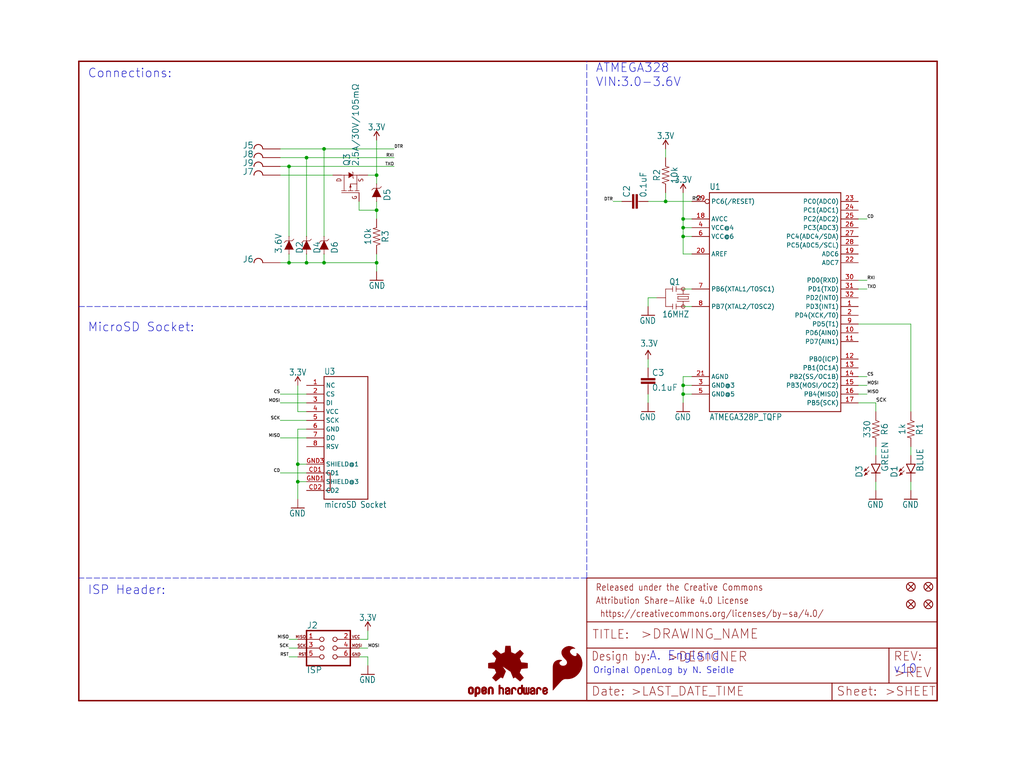
<source format=kicad_sch>
(kicad_sch (version 20211123) (generator eeschema)
  (paper "User" 297.002 224.511)
  (lib_symbols
    (symbol "schematicEagle-eagle-import:0.1UF-0603-25V-5%"
      (property "Reference" "C" (at 1.524 2.921 0))
      (property "Value" "0.1UF-0603-25V-5%" (at 1.524 -2.159 0))
      (symbol "0.1UF-0603-25V-5%_1_0"
        (pin passive line (at 0 5.08 270) (length 2.54) (name "1") (number "1"))
        (pin passive line (at 0 -2.54 90) (length 2.54) (name "2") (number "2"))
      )
    )
    (symbol "schematicEagle-eagle-import:10KOHM-0603-1{slash}10W-1%"
      (property "Reference" "R" (at 0 1.524 0))
      (property "Value" "10KOHM-0603-1{slash}10W-1%" (at 0 -1.524 0))
      (symbol "10KOHM-0603-1{slash}10W-1%_1_0"
        (pin passive line (at -5.08 0 0) (length 2.54) (name "1") (number "1"))
        (pin passive line (at 5.08 0 180) (length 2.54) (name "2") (number "2"))
      )
    )
    (symbol "schematicEagle-eagle-import:1KOHM-0603-1{slash}10W-1%"
      (property "Reference" "R" (at 0 1.524 0))
      (property "Value" "1KOHM-0603-1{slash}10W-1%" (at 0 -1.524 0))
      (symbol "1KOHM-0603-1{slash}10W-1%_1_0"
        (pin passive line (at -5.08 0 0) (length 2.54) (name "1") (number "1"))
        (pin passive line (at 5.08 0 180) (length 2.54) (name "2") (number "2"))
      )
    )
    (symbol "schematicEagle-eagle-import:3.3V" (power)
      (property "Value" "3.3V" (at 0 2.794 0))
      (symbol "3.3V_1_0"
        (pin power_in line (at 0 0 90) (length 2.54) (name "3.3V") (number "1"))
      )
    )
    (symbol "schematicEagle-eagle-import:330OHM-0603-1{slash}10W-1%"
      (property "Reference" "R" (at 0 1.524 0))
      (property "Value" "330OHM-0603-1{slash}10W-1%" (at 0 -1.524 0))
      (symbol "330OHM-0603-1{slash}10W-1%_1_0"
        (pin passive line (at -5.08 0 0) (length 2.54) (name "1") (number "1"))
        (pin passive line (at 5.08 0 180) (length 2.54) (name "2") (number "2"))
      )
    )
    (symbol "schematicEagle-eagle-import:ATMEGA328P_TQFP"
      (property "Reference" "U" (at -20.32 33.782 0))
      (property "Value" "ATMEGA328P_TQFP" (at -20.32 -33.02 0))
      (symbol "ATMEGA328P_TQFP_1_0"
        (pin bidirectional line (at 22.86 0 180) (length 5.08) (name "PD3(INT1)") (number "1"))
        (pin bidirectional line (at 22.86 -7.62 180) (length 5.08) (name "PD6(AIN0)") (number "10"))
        (pin bidirectional line (at 22.86 -10.16 180) (length 5.08) (name "PD7(AIN1)") (number "11"))
        (pin bidirectional line (at 22.86 -15.24 180) (length 5.08) (name "PB0(ICP)") (number "12"))
        (pin bidirectional line (at 22.86 -17.78 180) (length 5.08) (name "PB1(OC1A)") (number "13"))
        (pin bidirectional line (at 22.86 -20.32 180) (length 5.08) (name "PB2(SS/OC1B)") (number "14"))
        (pin bidirectional line (at 22.86 -22.86 180) (length 5.08) (name "PB3(MOSI/OC2)") (number "15"))
        (pin bidirectional line (at 22.86 -25.4 180) (length 5.08) (name "PB4(MISO)") (number "16"))
        (pin bidirectional line (at 22.86 -27.94 180) (length 5.08) (name "PB5(SCK)") (number "17"))
        (pin bidirectional line (at -25.4 25.4 0) (length 5.08) (name "AVCC") (number "18"))
        (pin bidirectional line (at 22.86 15.24 180) (length 5.08) (name "ADC6") (number "19"))
        (pin bidirectional line (at 22.86 -2.54 180) (length 5.08) (name "PD4(XCK/T0)") (number "2"))
        (pin bidirectional line (at -25.4 15.24 0) (length 5.08) (name "AREF") (number "20"))
        (pin bidirectional line (at -25.4 -20.32 0) (length 5.08) (name "AGND") (number "21"))
        (pin bidirectional line (at 22.86 12.7 180) (length 5.08) (name "ADC7") (number "22"))
        (pin bidirectional line (at 22.86 30.48 180) (length 5.08) (name "PC0(ADC0)") (number "23"))
        (pin bidirectional line (at 22.86 27.94 180) (length 5.08) (name "PC1(ADC1)") (number "24"))
        (pin bidirectional line (at 22.86 25.4 180) (length 5.08) (name "PC2(ADC2)") (number "25"))
        (pin bidirectional line (at 22.86 22.86 180) (length 5.08) (name "PC3(ADC3)") (number "26"))
        (pin bidirectional line (at 22.86 20.32 180) (length 5.08) (name "PC4(ADC4/SDA)") (number "27"))
        (pin bidirectional line (at 22.86 17.78 180) (length 5.08) (name "PC5(ADC5/SCL)") (number "28"))
        (pin bidirectional inverted (at -25.4 30.48 0) (length 5.08) (name "PC6(/RESET)") (number "29"))
        (pin bidirectional line (at -25.4 -22.86 0) (length 5.08) (name "GND@3") (number "3"))
        (pin bidirectional line (at 22.86 7.62 180) (length 5.08) (name "PD0(RXD)") (number "30"))
        (pin bidirectional line (at 22.86 5.08 180) (length 5.08) (name "PD1(TXD)") (number "31"))
        (pin bidirectional line (at 22.86 2.54 180) (length 5.08) (name "PD2(INT0)") (number "32"))
        (pin bidirectional line (at -25.4 22.86 0) (length 5.08) (name "VCC@4") (number "4"))
        (pin bidirectional line (at -25.4 -25.4 0) (length 5.08) (name "GND@5") (number "5"))
        (pin bidirectional line (at -25.4 20.32 0) (length 5.08) (name "VCC@6") (number "6"))
        (pin bidirectional line (at -25.4 5.08 0) (length 5.08) (name "PB6(XTAL1/TOSC1)") (number "7"))
        (pin bidirectional line (at -25.4 0 0) (length 5.08) (name "PB7(XTAL2/TOSC2)") (number "8"))
        (pin bidirectional line (at 22.86 -5.08 180) (length 5.08) (name "PD5(T1)") (number "9"))
      )
    )
    (symbol "schematicEagle-eagle-import:AVR_SPI_PROG_3X2TESTPOINTS"
      (property "Reference" "J" (at -5.08 5.588 0))
      (property "Value" "AVR_SPI_PROG_3X2TESTPOINTS" (at -5.08 -7.366 0))
      (symbol "AVR_SPI_PROG_3X2TESTPOINTS_1_0"
        (text "GND" (at 8.001 -2.286 0) (effects (font (size 0.8128 0.8128)) (justify left bottom)))
        (text "MISO" (at -5.207 2.794 0) (effects (font (size 0.8128 0.8128)) (justify right bottom)))
        (text "MOSI" (at 8.001 0.254 0) (effects (font (size 0.8128 0.8128)) (justify left bottom)))
        (text "RST" (at -5.08 -2.286 0) (effects (font (size 0.8128 0.8128)) (justify right bottom)))
        (text "SCK" (at -5.207 0.254 0) (effects (font (size 0.8128 0.8128)) (justify right bottom)))
        (text "VCC" (at 8.001 2.794 0) (effects (font (size 0.8128 0.8128)) (justify left bottom)))
        (pin passive inverted (at -7.62 2.54 0) (length 7.62) (name "1") (number "1"))
        (pin passive inverted (at 10.16 2.54 180) (length 7.62) (name "2") (number "2"))
        (pin passive inverted (at -7.62 0 0) (length 7.62) (name "3") (number "3"))
        (pin passive inverted (at 10.16 0 180) (length 7.62) (name "4") (number "4"))
        (pin passive inverted (at -7.62 -2.54 0) (length 7.62) (name "5") (number "5"))
        (pin passive inverted (at 10.16 -2.54 180) (length 7.62) (name "6") (number "6"))
      )
    )
    (symbol "schematicEagle-eagle-import:DIODE-ZENER-BZT52C3V6S"
      (property "Reference" "D" (at -2.54 2.032 0))
      (property "Value" "DIODE-ZENER-BZT52C3V6S" (at -2.54 -2.032 0))
      (symbol "DIODE-ZENER-BZT52C3V6S_1_0"
        (pin passive line (at -2.54 0 0) (length 0) (name "A") (number "A"))
        (pin passive line (at 2.54 0 180) (length 0) (name "C") (number "C"))
      )
    )
    (symbol "schematicEagle-eagle-import:FIDUCIALUFIDUCIAL")
    (symbol "schematicEagle-eagle-import:FRAME-LETTER"
      (symbol "FRAME-LETTER_2_0"
        (text " https://creativecommons.org/licenses/by-sa/4.0/" (at 2.54 24.13 0) (effects (font (size 1.9304 1.6408)) (justify left bottom)))
        (text ">DESIGNER" (at 23.114 11.176 0) (effects (font (size 2.7432 2.7432)) (justify left bottom)))
        (text ">DRAWING_NAME" (at 15.494 17.78 0) (effects (font (size 2.7432 2.7432)) (justify left bottom)))
        (text ">LAST_DATE_TIME" (at 12.7 1.27 0) (effects (font (size 2.54 2.54)) (justify left bottom)))
        (text ">REV" (at 88.9 6.604 0) (effects (font (size 2.7432 2.7432)) (justify left bottom)))
        (text ">SHEET" (at 86.36 1.27 0) (effects (font (size 2.54 2.54)) (justify left bottom)))
        (text "Attribution Share-Alike 4.0 License" (at 2.54 27.94 0) (effects (font (size 1.9304 1.6408)) (justify left bottom)))
        (text "Date:" (at 1.27 1.27 0) (effects (font (size 2.54 2.54)) (justify left bottom)))
        (text "Design by:" (at 1.27 11.43 0) (effects (font (size 2.54 2.159)) (justify left bottom)))
        (text "Released under the Creative Commons" (at 2.54 31.75 0) (effects (font (size 1.9304 1.6408)) (justify left bottom)))
        (text "REV:" (at 88.9 11.43 0) (effects (font (size 2.54 2.54)) (justify left bottom)))
        (text "Sheet:" (at 72.39 1.27 0) (effects (font (size 2.54 2.54)) (justify left bottom)))
        (text "TITLE:" (at 1.524 17.78 0) (effects (font (size 2.54 2.54)) (justify left bottom)))
      )
    )
    (symbol "schematicEagle-eagle-import:GATORGATOR_MINI"
      (property "Reference" "J" (at 0 2.54 0))
      (property "Value" "GATORGATOR_MINI" (at -2.54 -5.08 0))
      (symbol "GATORGATOR_MINI_1_0"
        (pin bidirectional line (at -2.54 0 0) (length 5.08) (name "P$1") (number "P$2"))
      )
    )
    (symbol "schematicEagle-eagle-import:GND" (power)
      (property "Value" "GND" (at -2.54 -2.54 0))
      (symbol "GND_1_0"
        (pin power_in line (at 0 2.54 270) (length 2.54) (name "GND") (number "1"))
      )
    )
    (symbol "schematicEagle-eagle-import:LED-BLUE0603"
      (property "Reference" "D" (at -3.429 -4.572 90))
      (property "Value" "LED-BLUE0603" (at 1.905 -4.572 90))
      (symbol "LED-BLUE0603_1_0"
        (pin passive line (at 0 2.54 270) (length 2.54) (name "A") (number "A"))
        (pin passive line (at 0 -5.08 90) (length 2.54) (name "C") (number "C"))
      )
    )
    (symbol "schematicEagle-eagle-import:LED-GREEN0603"
      (property "Reference" "D" (at -3.429 -4.572 90))
      (property "Value" "LED-GREEN0603" (at 1.905 -4.572 90))
      (symbol "LED-GREEN0603_1_0"
        (pin passive line (at 0 2.54 270) (length 2.54) (name "A") (number "A"))
        (pin passive line (at 0 -5.08 90) (length 2.54) (name "C") (number "C"))
      )
    )
    (symbol "schematicEagle-eagle-import:MOSFET_PCH-DMG2307L"
      (property "Reference" "Q" (at 5.08 0 0))
      (property "Value" "MOSFET_PCH-DMG2307L" (at 5.08 -2.54 0))
      (symbol "MOSFET_PCH-DMG2307L_1_0"
        (text "D" (at 0.508 2.54 0) (effects (font (size 1.27 1.0795)) (justify left bottom)))
        (text "G" (at -3.302 -0.508 0) (effects (font (size 1.27 1.0795)) (justify right top)))
        (text "S" (at 0.508 -3.81 0) (effects (font (size 1.27 1.0795)) (justify left bottom)))
        (pin bidirectional line (at -5.08 -2.54 0) (length 2.54) (name "G") (number "1"))
        (pin bidirectional line (at 2.54 -5.08 90) (length 2.54) (name "S") (number "2"))
        (pin bidirectional line (at 2.54 5.08 270) (length 2.54) (name "D") (number "3"))
      )
    )
    (symbol "schematicEagle-eagle-import:OSHW-LOGOMINI")
    (symbol "schematicEagle-eagle-import:RESONATOR16MHZ"
      (property "Reference" "Y" (at 2.54 1.016 0))
      (property "Value" "RESONATOR16MHZ" (at 2.54 -7.62 0))
      (symbol "RESONATOR16MHZ_1_0"
        (pin passive line (at -2.54 0 0) (length 0) (name "1") (number "1"))
        (pin passive line (at 0 -7.62 90) (length 0) (name "2") (number "2"))
        (pin passive line (at 2.54 0 180) (length 0) (name "3") (number "3"))
      )
    )
    (symbol "schematicEagle-eagle-import:SFE_LOGO_FLAME.1_INCH")
    (symbol "schematicEagle-eagle-import:USD-SOCKET"
      (property "Reference" "JP" (at -2.54 15.748 0))
      (property "Value" "USD-SOCKET" (at -2.54 -22.86 0))
      (symbol "USD-SOCKET_1_0"
        (pin bidirectional line (at -7.62 12.7 0) (length 5.08) (name "NC") (number "1"))
        (pin bidirectional line (at -7.62 10.16 0) (length 5.08) (name "CS") (number "2"))
        (pin bidirectional line (at -7.62 7.62 0) (length 5.08) (name "DI") (number "3"))
        (pin bidirectional line (at -7.62 5.08 0) (length 5.08) (name "VCC") (number "4"))
        (pin bidirectional line (at -7.62 2.54 0) (length 5.08) (name "SCK") (number "5"))
        (pin bidirectional line (at -7.62 0 0) (length 5.08) (name "GND") (number "6"))
        (pin bidirectional line (at -7.62 -2.54 0) (length 5.08) (name "DO") (number "7"))
        (pin bidirectional line (at -7.62 -5.08 0) (length 5.08) (name "RSV") (number "8"))
        (pin bidirectional line (at -7.62 -12.7 0) (length 5.08) (name "CD1") (number "CD1"))
        (pin bidirectional line (at -7.62 -17.78 0) (length 5.08) (name "CD2") (number "CD2"))
        (pin bidirectional line (at -7.62 -15.24 0) (length 5.08) (name "SHIELD@3") (number "GND1"))
        (pin bidirectional line (at -7.62 -10.16 0) (length 5.08) (name "SHIELD@1") (number "GND3"))
      )
    )
  )
  (junction (at 86.36 139.7))
  (junction (at 198.12 111.76))
  (junction (at 88.9 76.2))
  (junction (at 83.82 76.2))
  (junction (at 109.22 50.8))
  (junction (at 93.98 43.18))
  (junction (at 93.98 76.2))
  (junction (at 83.82 48.26))
  (junction (at 86.36 134.62))
  (junction (at 198.12 63.5))
  (junction (at 109.22 60.96))
  (junction (at 198.12 68.58))
  (junction (at 88.9 45.72))
  (junction (at 109.22 76.2))
  (junction (at 193.04 58.42))
  (junction (at 198.12 66.04))
  (junction (at 198.12 114.3))
  (wire (pts (xy 93.98 43.18) (xy 114.3 43.18)))
  (wire (pts (xy 104.14 58.42) (xy 104.14 60.96)))
  (wire (pts (xy 200.66 114.3) (xy 198.12 114.3)))
  (wire (pts (xy 104.14 185.42) (xy 106.68 185.42)))
  (wire (pts (xy 198.12 114.3) (xy 198.12 116.84)))
  (wire (pts (xy 83.82 73.66) (xy 83.82 76.2)))
  (wire (pts (xy 198.12 109.22) (xy 198.12 111.76)))
  (wire (pts (xy 88.9 134.62) (xy 86.36 134.62)))
  (wire (pts (xy 86.36 190.5) (xy 83.82 190.5)))
  (wire (pts (xy 104.14 60.96) (xy 109.22 60.96)))
  (wire (pts (xy 200.66 58.42) (xy 193.04 58.42)))
  (wire (pts (xy 264.16 139.7) (xy 264.16 142.24)))
  (wire (pts (xy 198.12 73.66) (xy 198.12 68.58)))
  (wire (pts (xy 104.14 187.96) (xy 106.68 187.96)))
  (wire (pts (xy 88.9 127) (xy 81.28 127)))
  (wire (pts (xy 200.66 109.22) (xy 198.12 109.22)))
  (wire (pts (xy 106.68 185.42) (xy 106.68 182.88)))
  (wire (pts (xy 86.36 185.42) (xy 83.82 185.42)))
  (wire (pts (xy 248.92 109.22) (xy 251.46 109.22)))
  (wire (pts (xy 83.82 48.26) (xy 114.3 48.26)))
  (wire (pts (xy 81.28 50.8) (xy 96.52 50.8)))
  (wire (pts (xy 93.98 68.58) (xy 93.98 43.18)))
  (wire (pts (xy 254 129.54) (xy 254 132.08)))
  (wire (pts (xy 83.82 76.2) (xy 88.9 76.2)))
  (polyline (pts (xy 170.18 167.64) (xy 106.68 167.64)))
  (wire (pts (xy 88.9 76.2) (xy 93.98 76.2)))
  (wire (pts (xy 109.22 50.8) (xy 109.22 40.64)))
  (wire (pts (xy 200.66 63.5) (xy 198.12 63.5)))
  (wire (pts (xy 109.22 60.96) (xy 109.22 63.5)))
  (wire (pts (xy 93.98 76.2) (xy 109.22 76.2)))
  (wire (pts (xy 109.22 53.34) (xy 109.22 50.8)))
  (polyline (pts (xy 170.18 88.9) (xy 170.18 17.78)))
  (wire (pts (xy 83.82 68.58) (xy 83.82 48.26)))
  (wire (pts (xy 200.66 73.66) (xy 198.12 73.66)))
  (wire (pts (xy 88.9 73.66) (xy 88.9 76.2)))
  (wire (pts (xy 180.34 58.42) (xy 177.8 58.42)))
  (wire (pts (xy 81.28 76.2) (xy 83.82 76.2)))
  (wire (pts (xy 109.22 73.66) (xy 109.22 76.2)))
  (wire (pts (xy 81.28 48.26) (xy 83.82 48.26)))
  (wire (pts (xy 193.04 58.42) (xy 187.96 58.42)))
  (wire (pts (xy 200.66 66.04) (xy 198.12 66.04)))
  (wire (pts (xy 264.16 132.08) (xy 264.16 129.54)))
  (wire (pts (xy 193.04 55.88) (xy 193.04 58.42)))
  (wire (pts (xy 88.9 116.84) (xy 81.28 116.84)))
  (wire (pts (xy 187.96 86.36) (xy 190.5 86.36)))
  (polyline (pts (xy 106.68 167.64) (xy 22.86 167.64)))
  (wire (pts (xy 93.98 73.66) (xy 93.98 76.2)))
  (wire (pts (xy 88.9 139.7) (xy 86.36 139.7)))
  (polyline (pts (xy 170.18 167.64) (xy 170.18 88.9)))
  (wire (pts (xy 187.96 88.9) (xy 187.96 86.36)))
  (wire (pts (xy 254 142.24) (xy 254 139.7)))
  (wire (pts (xy 248.92 83.82) (xy 251.46 83.82)))
  (wire (pts (xy 88.9 119.38) (xy 86.36 119.38)))
  (wire (pts (xy 86.36 124.46) (xy 86.36 134.62)))
  (wire (pts (xy 248.92 111.76) (xy 251.46 111.76)))
  (wire (pts (xy 198.12 68.58) (xy 198.12 66.04)))
  (wire (pts (xy 88.9 124.46) (xy 86.36 124.46)))
  (wire (pts (xy 109.22 76.2) (xy 109.22 78.74)))
  (wire (pts (xy 248.92 93.98) (xy 264.16 93.98)))
  (wire (pts (xy 86.36 119.38) (xy 86.36 111.76)))
  (wire (pts (xy 198.12 111.76) (xy 198.12 114.3)))
  (wire (pts (xy 200.66 68.58) (xy 198.12 68.58)))
  (wire (pts (xy 88.9 137.16) (xy 81.28 137.16)))
  (wire (pts (xy 248.92 63.5) (xy 251.46 63.5)))
  (wire (pts (xy 198.12 88.9) (xy 200.66 88.9)))
  (wire (pts (xy 88.9 68.58) (xy 88.9 45.72)))
  (wire (pts (xy 81.28 45.72) (xy 88.9 45.72)))
  (wire (pts (xy 106.68 50.8) (xy 109.22 50.8)))
  (wire (pts (xy 248.92 114.3) (xy 251.46 114.3)))
  (wire (pts (xy 200.66 111.76) (xy 198.12 111.76)))
  (wire (pts (xy 198.12 83.82) (xy 200.66 83.82)))
  (wire (pts (xy 264.16 93.98) (xy 264.16 119.38)))
  (polyline (pts (xy 22.86 88.9) (xy 170.18 88.9)))
  (wire (pts (xy 104.14 190.5) (xy 106.68 190.5)))
  (wire (pts (xy 248.92 116.84) (xy 254 116.84)))
  (wire (pts (xy 254 116.84) (xy 254 119.38)))
  (wire (pts (xy 86.36 134.62) (xy 86.36 139.7)))
  (wire (pts (xy 88.9 121.92) (xy 81.28 121.92)))
  (wire (pts (xy 81.28 43.18) (xy 93.98 43.18)))
  (wire (pts (xy 248.92 81.28) (xy 251.46 81.28)))
  (wire (pts (xy 88.9 114.3) (xy 81.28 114.3)))
  (wire (pts (xy 88.9 45.72) (xy 114.3 45.72)))
  (wire (pts (xy 187.96 104.14) (xy 187.96 106.68)))
  (wire (pts (xy 193.04 43.18) (xy 193.04 45.72)))
  (wire (pts (xy 187.96 116.84) (xy 187.96 114.3)))
  (wire (pts (xy 198.12 66.04) (xy 198.12 63.5)))
  (wire (pts (xy 86.36 187.96) (xy 83.82 187.96)))
  (wire (pts (xy 198.12 63.5) (xy 198.12 55.88)))
  (wire (pts (xy 106.68 190.5) (xy 106.68 193.04)))
  (wire (pts (xy 86.36 139.7) (xy 86.36 144.78)))
  (wire (pts (xy 109.22 58.42) (xy 109.22 60.96)))
  (text "ATMEGA328\nVIN:3.0-3.6V" (at 172.72 25.4 180) (effects (font (size 2.54 2.54)) (justify left bottom)))
  (text "Connections:" (at 25.4 22.86 180) (effects (font (size 2.54 2.54)) (justify left bottom)))
  (text "ISP Header:" (at 25.4 172.72 180) (effects (font (size 2.54 2.54)) (justify left bottom)))
  (text "Original OpenLog by N. Seidle" (at 171.958 195.58 180) (effects (font (size 1.778 1.778)) (justify left bottom)))
  (text "MicroSD Socket:" (at 25.4 96.52 180) (effects (font (size 2.54 2.54)) (justify left bottom)))
  (text "A. England" (at 188.214 191.77 180) (effects (font (size 2.54 2.54)) (justify left bottom)))
  (text "v10" (at 259.08 195.58 180) (effects (font (size 2.54 2.54)) (justify left bottom)))
  (label "RXI" (at 114.3 45.72 180) (effects (font (size 0.889 0.889))))
  (label "MISO" (at 83.82 185.42 180) (effects (font (size 0.889 0.889))))
  (label "CD" (at 81.28 137.16 180) (effects (font (size 0.889 0.889))))
  (label "SCK" (at 81.28 121.92 180) (effects (font (size 0.889 0.889))))
  (label "SCK" (at 254 116.84 0) (effects (font (size 1.016 1.016))))
  (label "DTR" (at 114.3 43.18 0) (effects (font (size 0.889 0.889))))
  (label "MOSI" (at 81.28 116.84 180) (effects (font (size 0.889 0.889))))
  (label "RST" (at 200.66 58.42 0) (effects (font (size 1.016 1.016))))
  (label "MISO" (at 251.46 114.3 0) (effects (font (size 0.889 0.889))))
  (label "SCK" (at 83.82 187.96 180) (effects (font (size 0.889 0.889))))
  (label "MISO" (at 81.28 127 180) (effects (font (size 0.889 0.889))))
  (label "DTR" (at 177.8 58.42 180) (effects (font (size 0.889 0.889))))
  (label "TXO" (at 251.46 83.82 0) (effects (font (size 0.889 0.889))))
  (label "MOSI" (at 251.46 111.76 0) (effects (font (size 0.889 0.889))))
  (label "MOSI" (at 106.68 187.96 0) (effects (font (size 0.889 0.889))))
  (label "CS" (at 251.46 109.22 0) (effects (font (size 0.889 0.889))))
  (label "CS" (at 81.28 114.3 180) (effects (font (size 0.889 0.889))))
  (label "RXI" (at 251.46 81.28 0) (effects (font (size 0.889 0.889))))
  (label "TXO" (at 114.3 48.26 180) (effects (font (size 0.889 0.889))))
  (label "RST" (at 83.82 190.5 180) (effects (font (size 0.889 0.889))))
  (label "CD" (at 251.46 63.5 0) (effects (font (size 0.889 0.889))))
  (symbol (lib_id "schematicEagle-eagle-import:MOSFET_PCH-DMG2307L") (at 101.6 53.34 90) (unit 1)
    (property "Reference" "Q3" (at 101.6 48.26 0) (effects (font (size 1.778 1.778)) (justify left bottom)))
    (property "Value" "2.5A/30V/105mΩ" (at 104.14 48.26 0) (effects (font (size 1.778 1.778)) (justify left bottom)))
    (property "Footprint" "schematicEagle:SOT23-3" (effects hide))
  )
  (symbol (lib_id "schematicEagle-eagle-import:FIDUCIALUFIDUCIAL") (at 269.24 175.26 0) (unit 1)
    (property "Reference" "FID3" (effects hide))
    (property "Value" "FIDUCIALUFIDUCIAL" (effects hide))
    (property "Footprint" "schematicEagle:FIDUCIAL-MICRO" (effects hide))
  )
  (symbol (lib_id "schematicEagle-eagle-import:GND") (at 254 144.78 0) (unit 1)
    (property "Reference" "#GND8" (effects hide))
    (property "Value" "GND" (at 251.46 147.32 0) (effects (font (size 1.778 1.5113)) (justify left bottom)))
    (property "Footprint" "schematicEagle:" (effects hide))
  )
  (symbol (lib_id "schematicEagle-eagle-import:GND") (at 264.16 144.78 0) (unit 1)
    (property "Reference" "#GND2" (effects hide))
    (property "Value" "GND" (at 261.62 147.32 0) (effects (font (size 1.778 1.5113)) (justify left bottom)))
    (property "Footprint" "schematicEagle:" (effects hide))
  )
  (symbol (lib_id "schematicEagle-eagle-import:DIODE-ZENER-BZT52C3V6S") (at 88.9 71.12 270) (mirror x) (unit 1)
    (property "Reference" "D4" (at 90.932 73.66 0) (effects (font (size 1.778 1.778)) (justify left bottom)))
    (property "Value" "3.6V" (effects hide))
    (property "Footprint" "schematicEagle:SOD-323" (effects hide))
  )
  (symbol (lib_id "schematicEagle-eagle-import:GND") (at 187.96 119.38 0) (unit 1)
    (property "Reference" "#GND1" (effects hide))
    (property "Value" "GND" (at 185.42 121.92 0) (effects (font (size 1.778 1.5113)) (justify left bottom)))
    (property "Footprint" "schematicEagle:" (effects hide))
  )
  (symbol (lib_id "schematicEagle-eagle-import:1KOHM-0603-1{slash}10W-1%") (at 264.16 124.46 270) (unit 1)
    (property "Reference" "R1" (at 265.684 124.46 0) (effects (font (size 1.778 1.778)) (justify bottom)))
    (property "Value" "1k" (at 262.636 124.46 0) (effects (font (size 1.778 1.778)) (justify top)))
    (property "Footprint" "schematicEagle:0603" (effects hide))
  )
  (symbol (lib_id "schematicEagle-eagle-import:3.3V") (at 109.22 40.64 0) (mirror y) (unit 1)
    (property "Reference" "#SUPPLY2" (effects hide))
    (property "Value" "3.3V" (at 109.22 37.846 0) (effects (font (size 1.778 1.5113)) (justify bottom)))
    (property "Footprint" "schematicEagle:" (effects hide))
  )
  (symbol (lib_id "schematicEagle-eagle-import:3.3V") (at 198.12 55.88 0) (unit 1)
    (property "Reference" "#P+1" (effects hide))
    (property "Value" "3.3V" (at 198.12 53.086 0) (effects (font (size 1.778 1.5113)) (justify bottom)))
    (property "Footprint" "schematicEagle:" (effects hide))
  )
  (symbol (lib_id "schematicEagle-eagle-import:GATORGATOR_MINI") (at 78.74 48.26 0) (mirror y) (unit 1)
    (property "Reference" "J9" (at 73.66 48.26 0) (effects (font (size 1.778 1.778)) (justify left bottom)))
    (property "Value" "GATORGATOR_MINI" (effects hide))
    (property "Footprint" "schematicEagle:GATOR_MINI" (effects hide))
  )
  (symbol (lib_id "schematicEagle-eagle-import:FIDUCIALUFIDUCIAL") (at 269.24 170.18 0) (unit 1)
    (property "Reference" "FID1" (effects hide))
    (property "Value" "FIDUCIALUFIDUCIAL" (effects hide))
    (property "Footprint" "schematicEagle:FIDUCIAL-MICRO" (effects hide))
  )
  (symbol (lib_id "schematicEagle-eagle-import:RESONATOR16MHZ") (at 198.12 86.36 270) (mirror x) (unit 1)
    (property "Reference" "Q1" (at 194.056 80.772 90) (effects (font (size 1.778 1.5113)) (justify left bottom)))
    (property "Value" "16MHZ" (at 192.024 90.17 90) (effects (font (size 1.778 1.5113)) (justify left bottom)))
    (property "Footprint" "schematicEagle:RESONATOR-SMD" (effects hide))
  )
  (symbol (lib_id "schematicEagle-eagle-import:GATORGATOR_MINI") (at 78.74 76.2 0) (mirror y) (unit 1)
    (property "Reference" "J6" (at 73.66 76.2 0) (effects (font (size 1.778 1.778)) (justify left bottom)))
    (property "Value" "GATORGATOR_MINI" (effects hide))
    (property "Footprint" "schematicEagle:GATOR_MINI" (effects hide))
  )
  (symbol (lib_id "schematicEagle-eagle-import:FRAME-LETTER") (at 22.86 203.2 0) (unit 1)
    (property "Reference" "FRAME1" (effects hide))
    (property "Value" "FRAME-LETTER" (effects hide))
    (property "Footprint" "schematicEagle:CREATIVE_COMMONS" (effects hide))
  )
  (symbol (lib_id "schematicEagle-eagle-import:SFE_LOGO_FLAME.1_INCH") (at 160.02 200.66 0) (unit 1)
    (property "Reference" "LOGO1" (effects hide))
    (property "Value" "SFE_LOGO_FLAME.1_INCH" (effects hide))
    (property "Footprint" "schematicEagle:SFE_LOGO_FLAME_.1" (effects hide))
  )
  (symbol (lib_id "schematicEagle-eagle-import:3.3V") (at 86.36 111.76 0) (unit 1)
    (property "Reference" "#P+2" (effects hide))
    (property "Value" "3.3V" (at 86.36 108.966 0) (effects (font (size 1.778 1.5113)) (justify bottom)))
    (property "Footprint" "schematicEagle:" (effects hide))
  )
  (symbol (lib_id "schematicEagle-eagle-import:GATORGATOR_MINI") (at 78.74 50.8 0) (mirror y) (unit 1)
    (property "Reference" "J7" (at 73.66 50.8 0) (effects (font (size 1.778 1.778)) (justify left bottom)))
    (property "Value" "GATORGATOR_MINI" (effects hide))
    (property "Footprint" "schematicEagle:GATOR_MINI" (effects hide))
  )
  (symbol (lib_id "schematicEagle-eagle-import:USD-SOCKET") (at 96.52 124.46 0) (unit 1)
    (property "Reference" "U3" (at 93.98 108.712 0) (effects (font (size 1.778 1.5113)) (justify left bottom)))
    (property "Value" "microSD Socket" (at 93.98 147.32 0) (effects (font (size 1.778 1.5113)) (justify left bottom)))
    (property "Footprint" "schematicEagle:MICROSD_1_1" (effects hide))
  )
  (symbol (lib_id "schematicEagle-eagle-import:LED-BLUE0603") (at 264.16 134.62 0) (unit 1)
    (property "Reference" "D1" (at 258.318 134.874 90) (effects (font (size 1.778 1.778)) (justify right top)))
    (property "Value" "BLUE" (at 267.843 136.906 90) (effects (font (size 1.778 1.778)) (justify left bottom)))
    (property "Footprint" "schematicEagle:LED-0603" (effects hide))
  )
  (symbol (lib_id "schematicEagle-eagle-import:AVR_SPI_PROG_3X2TESTPOINTS") (at 93.98 187.96 0) (unit 1)
    (property "Reference" "J2" (at 88.9 182.372 0) (effects (font (size 1.778 1.778)) (justify left bottom)))
    (property "Value" "ISP" (at 88.9 195.326 0) (effects (font (size 1.778 1.778)) (justify left bottom)))
    (property "Footprint" "schematicEagle:2X3_TEST_POINTS" (effects hide))
  )
  (symbol (lib_id "schematicEagle-eagle-import:10KOHM-0603-1{slash}10W-1%") (at 193.04 50.8 90) (unit 1)
    (property "Reference" "R2" (at 191.516 50.8 0) (effects (font (size 1.778 1.778)) (justify bottom)))
    (property "Value" "10k" (at 194.564 50.8 0) (effects (font (size 1.778 1.778)) (justify top)))
    (property "Footprint" "schematicEagle:0603" (effects hide))
  )
  (symbol (lib_id "schematicEagle-eagle-import:330OHM-0603-1{slash}10W-1%") (at 254 124.46 270) (unit 1)
    (property "Reference" "R6" (at 255.524 124.46 0) (effects (font (size 1.778 1.778)) (justify bottom)))
    (property "Value" "330" (at 252.476 124.46 0) (effects (font (size 1.778 1.778)) (justify top)))
    (property "Footprint" "schematicEagle:0603" (effects hide))
  )
  (symbol (lib_id "schematicEagle-eagle-import:GND") (at 86.36 147.32 0) (unit 1)
    (property "Reference" "#GND3" (effects hide))
    (property "Value" "GND" (at 83.82 149.86 0) (effects (font (size 1.778 1.5113)) (justify left bottom)))
    (property "Footprint" "schematicEagle:" (effects hide))
  )
  (symbol (lib_id "schematicEagle-eagle-import:DIODE-ZENER-BZT52C3V6S") (at 83.82 71.12 270) (mirror x) (unit 1)
    (property "Reference" "D2" (at 85.852 73.66 0) (effects (font (size 1.778 1.778)) (justify left bottom)))
    (property "Value" "3.6V" (at 81.788 73.66 0) (effects (font (size 1.778 1.778)) (justify left top)))
    (property "Footprint" "schematicEagle:SOD-323" (effects hide))
  )
  (symbol (lib_id "schematicEagle-eagle-import:FIDUCIALUFIDUCIAL") (at 264.16 175.26 0) (unit 1)
    (property "Reference" "FID4" (effects hide))
    (property "Value" "FIDUCIALUFIDUCIAL" (effects hide))
    (property "Footprint" "schematicEagle:FIDUCIAL-MICRO" (effects hide))
  )
  (symbol (lib_id "schematicEagle-eagle-import:10KOHM-0603-1{slash}10W-1%") (at 109.22 68.58 270) (mirror x) (unit 1)
    (property "Reference" "R3" (at 110.744 68.58 0) (effects (font (size 1.778 1.778)) (justify bottom)))
    (property "Value" "10k" (at 107.696 68.58 0) (effects (font (size 1.778 1.778)) (justify top)))
    (property "Footprint" "schematicEagle:0603" (effects hide))
  )
  (symbol (lib_id "schematicEagle-eagle-import:DIODE-ZENER-BZT52C3V6S") (at 93.98 71.12 270) (mirror x) (unit 1)
    (property "Reference" "D6" (at 96.012 73.66 0) (effects (font (size 1.778 1.778)) (justify left bottom)))
    (property "Value" "3.6V" (effects hide))
    (property "Footprint" "schematicEagle:SOD-323" (effects hide))
  )
  (symbol (lib_id "schematicEagle-eagle-import:0.1UF-0603-25V-5%") (at 182.88 58.42 270) (unit 1)
    (property "Reference" "C2" (at 182.753 57.404 0) (effects (font (size 1.778 1.778)) (justify right top)))
    (property "Value" "0.1uF" (at 187.579 57.404 0) (effects (font (size 1.778 1.778)) (justify right top)))
    (property "Footprint" "schematicEagle:0603" (effects hide))
  )
  (symbol (lib_id "schematicEagle-eagle-import:GATORGATOR_MINI") (at 78.74 43.18 0) (mirror y) (unit 1)
    (property "Reference" "J5" (at 73.66 43.18 0) (effects (font (size 1.778 1.778)) (justify left bottom)))
    (property "Value" "GATORGATOR_MINI" (effects hide))
    (property "Footprint" "schematicEagle:GATOR_MINI" (effects hide))
  )
  (symbol (lib_id "schematicEagle-eagle-import:FRAME-LETTER") (at 170.18 203.2 0) (unit 2)
    (property "Reference" "FRAME1" (effects hide))
    (property "Value" "FRAME-LETTER" (effects hide))
    (property "Footprint" "schematicEagle:CREATIVE_COMMONS" (effects hide))
  )
  (symbol (lib_id "schematicEagle-eagle-import:LED-GREEN0603") (at 254 134.62 0) (unit 1)
    (property "Reference" "D3" (at 248.158 134.874 90) (effects (font (size 1.778 1.778)) (justify right top)))
    (property "Value" "GREEN" (at 257.683 136.906 90) (effects (font (size 1.778 1.778)) (justify left bottom)))
    (property "Footprint" "schematicEagle:LED-0603" (effects hide))
  )
  (symbol (lib_id "schematicEagle-eagle-import:GND") (at 187.96 91.44 0) (unit 1)
    (property "Reference" "#GND4" (effects hide))
    (property "Value" "GND" (at 185.42 93.98 0) (effects (font (size 1.778 1.5113)) (justify left bottom)))
    (property "Footprint" "schematicEagle:" (effects hide))
  )
  (symbol (lib_id "schematicEagle-eagle-import:DIODE-ZENER-BZT52C3V6S") (at 109.22 55.88 270) (mirror x) (unit 1)
    (property "Reference" "D5" (at 111.252 58.42 0) (effects (font (size 1.778 1.778)) (justify left bottom)))
    (property "Value" "3.6V" (effects hide))
    (property "Footprint" "schematicEagle:SOD-323" (effects hide))
  )
  (symbol (lib_id "schematicEagle-eagle-import:GND") (at 109.22 81.28 0) (mirror y) (unit 1)
    (property "Reference" "#GND27" (effects hide))
    (property "Value" "GND" (at 111.76 83.82 0) (effects (font (size 1.778 1.5113)) (justify left bottom)))
    (property "Footprint" "schematicEagle:" (effects hide))
  )
  (symbol (lib_id "schematicEagle-eagle-import:0.1UF-0603-25V-5%") (at 187.96 109.22 180) (unit 1)
    (property "Reference" "C3" (at 188.976 109.093 0) (effects (font (size 1.778 1.778)) (justify right top)))
    (property "Value" "0.1uF" (at 188.976 113.411 0) (effects (font (size 1.778 1.778)) (justify right top)))
    (property "Footprint" "schematicEagle:0603" (effects hide))
  )
  (symbol (lib_id "schematicEagle-eagle-import:3.3V") (at 193.04 43.18 0) (unit 1)
    (property "Reference" "#P+11" (effects hide))
    (property "Value" "3.3V" (at 193.04 40.386 0) (effects (font (size 1.778 1.5113)) (justify bottom)))
    (property "Footprint" "schematicEagle:" (effects hide))
  )
  (symbol (lib_id "schematicEagle-eagle-import:GND") (at 106.68 195.58 0) (unit 1)
    (property "Reference" "#GND9" (effects hide))
    (property "Value" "GND" (at 104.14 198.12 0) (effects (font (size 1.778 1.5113)) (justify left bottom)))
    (property "Footprint" "schematicEagle:" (effects hide))
  )
  (symbol (lib_id "schematicEagle-eagle-import:GATORGATOR_MINI") (at 78.74 45.72 0) (mirror y) (unit 1)
    (property "Reference" "J8" (at 73.66 45.72 0) (effects (font (size 1.778 1.778)) (justify left bottom)))
    (property "Value" "GATORGATOR_MINI" (effects hide))
    (property "Footprint" "schematicEagle:GATOR_MINI" (effects hide))
  )
  (symbol (lib_id "schematicEagle-eagle-import:GND") (at 198.12 119.38 0) (unit 1)
    (property "Reference" "#GND5" (effects hide))
    (property "Value" "GND" (at 195.58 121.92 0) (effects (font (size 1.778 1.5113)) (justify left bottom)))
    (property "Footprint" "schematicEagle:" (effects hide))
  )
  (symbol (lib_id "schematicEagle-eagle-import:3.3V") (at 106.68 182.88 0) (unit 1)
    (property "Reference" "#SUPPLY1" (effects hide))
    (property "Value" "3.3V" (at 106.68 180.086 0) (effects (font (size 1.778 1.5113)) (justify bottom)))
    (property "Footprint" "schematicEagle:" (effects hide))
  )
  (symbol (lib_id "schematicEagle-eagle-import:OSHW-LOGOMINI") (at 147.32 193.04 0) (unit 1)
    (property "Reference" "LOGO2" (effects hide))
    (property "Value" "OSHW-LOGOMINI" (effects hide))
    (property "Footprint" "schematicEagle:OSHW-LOGO-MINI" (effects hide))
  )
  (symbol (lib_id "schematicEagle-eagle-import:FIDUCIALUFIDUCIAL") (at 264.16 170.18 0) (unit 1)
    (property "Reference" "FID2" (effects hide))
    (property "Value" "FIDUCIALUFIDUCIAL" (effects hide))
    (property "Footprint" "schematicEagle:FIDUCIAL-MICRO" (effects hide))
  )
  (symbol (lib_id "schematicEagle-eagle-import:3.3V") (at 187.96 104.14 0) (unit 1)
    (property "Reference" "#P+15" (effects hide))
    (property "Value" "3.3V" (at 185.674 100.584 0) (effects (font (size 1.778 1.5113)) (justify left bottom)))
    (property "Footprint" "schematicEagle:" (effects hide))
  )
  (symbol (lib_id "schematicEagle-eagle-import:ATMEGA328P_TQFP") (at 226.06 88.9 0) (unit 1)
    (property "Reference" "U1" (at 205.74 55.118 0) (effects (font (size 1.778 1.5113)) (justify left bottom)))
    (property "Value" "ATMEGA328P_TQFP" (at 205.74 121.92 0) (effects (font (size 1.778 1.5113)) (justify left bottom)))
    (property "Footprint" "schematicEagle:TQFP32-08" (effects hide))
  )
)
</source>
